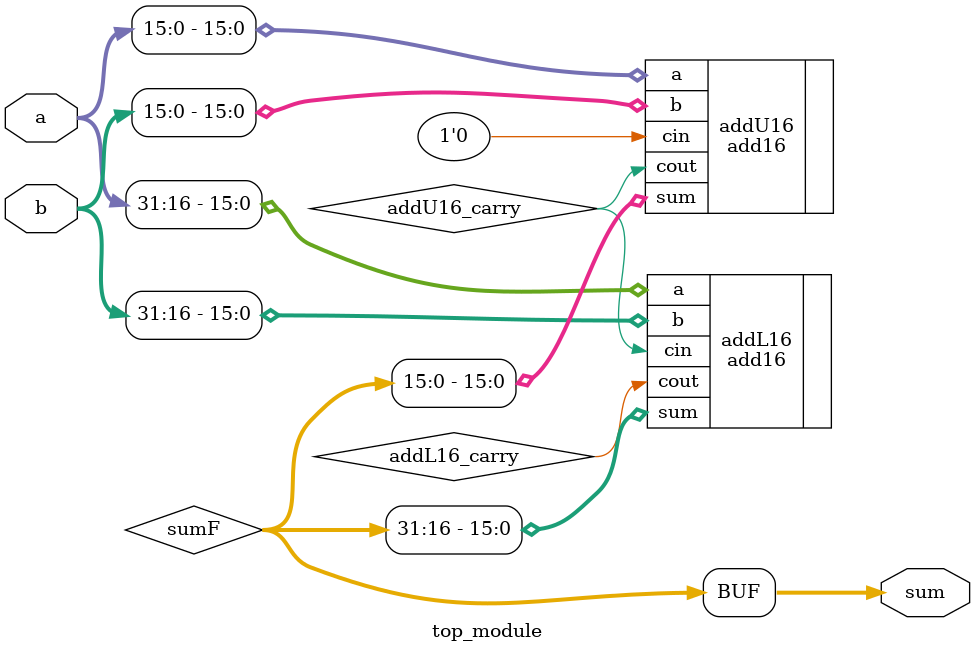
<source format=v>
module add1(
    input a,
    input b,
    input cin,
    output sum,
    output cout
    );

    assign sum  = a^b^cin;
    assign cout = (a&b)|(a&cin)|(b&cin);
endmodule

// module add16 defition already provided and has the following declaration
// module add16 ( 
//     input[15:0] a, 
//     input[15:0] b, 
//     input cin, 
//     output[15:0] sum, 
//     output cout 
//     );    
// endmodule


module top_module (
    input [31:0] a,
    input [31:0] b,
    output [31:0] sum
    );

    wire [31:0] sumF;
    wire addU16_carry;
    wire addL16_carry;
    
    add16 addU16(
        .a(a[15:0]),
        .b(b[15:0]),
        .cin(1'b0),
        .sum(sumF[15:0]),
        .cout(addU16_carry)
    );

    add16 addL16(
        .a(a[31:16]),
        .b(b[31:16]),
        .cin(addU16_carry),
        .sum(sumF[31:16]),
        .cout(addL16_carry)
    );

    assign sum = sumF;

endmodule
</source>
